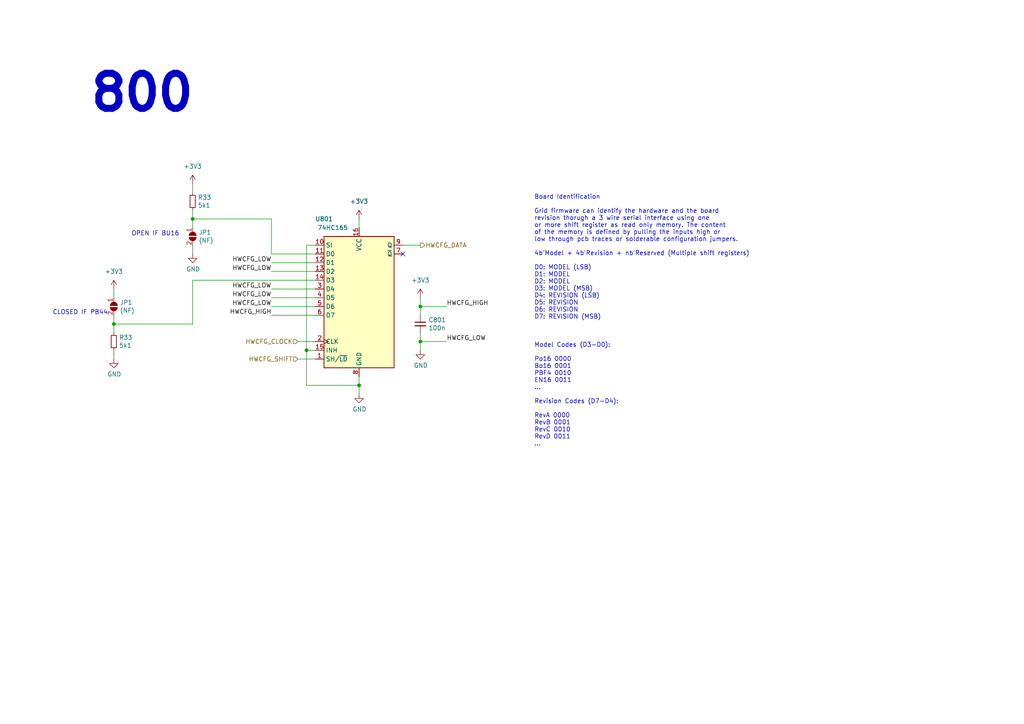
<source format=kicad_sch>
(kicad_sch (version 20231120) (generator "eeschema") (generator_version "8.0")
  (paper "A4")
  (lib_symbols
    (symbol "power:+3V3" (power) (pin_names (offset 0))
      (property "Value" "+3V3" (at 0 3.556 0))
      (symbol "+3V3_0_1"
        (polyline (pts (xy -0.762 1.27) (xy 0 2.54)))
        (polyline (pts (xy 0 0) (xy 0 2.54)))
        (polyline (pts (xy 0 2.54) (xy 0.762 1.27)))
      )
      (symbol "+3V3_1_1"
        (pin power_in line (at 0 0 90) (length 0) hide (name "+3V3") (number "1"))
      )
    )
    (symbol "power:GND" (power) (pin_names (offset 0))
      (property "Value" "GND" (at 0 -3.81 0))
      (symbol "GND_0_1"
        (polyline (pts (xy 0 0) (xy 0 -1.27) (xy 1.27 -1.27) (xy 0 -2.54) (xy -1.27 -1.27) (xy 0 -1.27)))
      )
      (symbol "GND_1_1"
        (pin power_in line (at 0 0 270) (length 0) hide (name "GND") (number "1"))
      )
    )
    (symbol "suku_basics:74HC165"
      (property "Reference" "U" (at -15.24 25.4 0))
      (property "Value" "74HC165" (at -12.7 20.32 0))
      (symbol "74HC165_1_0"
        (pin input line (at -12.7 12.7 0) (length 2.54) (name "D0") (number "11"))
        (pin input line (at -12.7 10.16 0) (length 2.54) (name "D1") (number "12"))
        (pin input line (at -12.7 7.62 0) (length 2.54) (name "D2") (number "13"))
        (pin input line (at -12.7 5.08 0) (length 2.54) (name "D3") (number "14"))
        (pin power_in line (at 0 20.32 270) (length 2.54) (name "VCC") (number "16"))
        (pin input clock (at -12.7 -12.7 0) (length 2.54) (name "CLK") (number "2"))
        (pin input line (at -12.7 2.54 0) (length 2.54) (name "D4") (number "3"))
        (pin input line (at -12.7 0 0) (length 2.54) (name "D5") (number "4"))
        (pin input line (at -12.7 -2.54 0) (length 2.54) (name "D6") (number "5"))
        (pin input line (at -12.7 -5.08 0) (length 2.54) (name "D7") (number "6"))
        (pin power_in line (at 0 -22.86 90) (length 2.54) (name "GND") (number "8"))
        (pin output line (at 12.7 15.24 180) (length 2.54) (name "Q") (number "9"))
      )
      (symbol "74HC165_1_1"
        (rectangle (start -10.16 17.78) (end 10.16 -20.32) (stroke (width 0.254)) (fill (type background)))
        (pin input line (at -12.7 -17.78 0) (length 2.54) (name "SH/~{LD}") (number "1"))
        (pin input line (at -12.7 15.24 0) (length 2.54) (name "SI") (number "10"))
        (pin input line (at -12.7 -15.24 0) (length 2.54) (name "INH") (number "15"))
        (pin output line (at 12.7 12.7 180) (length 2.54) (name "~{Q}") (number "7"))
      )
    )
    (symbol "suku_basics:CAP" (pin_numbers hide) (pin_names (offset 0.254) hide)
      (property "Reference" "C" (at 0.254 1.778 0))
      (property "Value" "CAP" (at 0.254 -2.032 0))
      (symbol "CAP_0_1"
        (polyline (pts (xy -1.524 -0.508) (xy 1.524 -0.508)) (stroke (width 0.3302)))
        (polyline (pts (xy -1.524 0.508) (xy 1.524 0.508)) (stroke (width 0.3048)))
      )
      (symbol "CAP_1_1"
        (pin passive line (at 0 2.54 270) (length 2.032) (name "~") (number "1"))
        (pin passive line (at 0 -2.54 90) (length 2.032) (name "~") (number "2"))
      )
    )
    (symbol "suku_basics:JP_SolderJumper_2_Open" (pin_names (offset 0) hide)
      (property "Reference" "JP" (at 0 2.032 0))
      (property "Value" "JP_SolderJumper_2_Open" (at 0 -2.54 0))
      (symbol "JP_SolderJumper_2_Open_0_1"
        (arc (start -0.254 1.016) (mid -1.2656 0) (end -0.254 -1.016))
        (arc (start -0.254 1.016) (mid -1.2656 0) (end -0.254 -1.016) (fill (type outline)))
        (polyline (pts (xy -0.254 1.016) (xy -0.254 -1.016)))
        (polyline (pts (xy 0.254 1.016) (xy 0.254 -1.016)))
        (arc (start 0.254 -1.016) (mid 1.2656 0) (end 0.254 1.016))
        (arc (start 0.254 -1.016) (mid 1.2656 0) (end 0.254 1.016) (fill (type outline)))
      )
      (symbol "JP_SolderJumper_2_Open_1_1"
        (pin passive line (at -2.54 0 0) (length 1.27) (name "A") (number "1"))
        (pin passive line (at 2.54 0 180) (length 1.27) (name "B") (number "2"))
      )
    )
    (symbol "suku_basics:RES" (pin_numbers hide) (pin_names (offset 0.254) hide)
      (property "Reference" "R" (at 0.762 0.508 0))
      (property "Value" "RES" (at 0.762 -1.016 0))
      (symbol "RES_1_1"
        (rectangle (start -0.762 1.778) (end 0.762 -1.778) (stroke (width 0.2032)))
        (pin passive line (at 0 2.54 270) (length 0.762) (name "~") (number "1"))
        (pin passive line (at 0 -2.54 90) (length 0.762) (name "~") (number "2"))
      )
    )
  )
  (junction (at 33.02 93.98))
  (junction (at 104.14 111.76))
  (junction (at 88.9 101.6))
  (junction (at 121.92 99.06))
  (junction (at 55.88 63.5))
  (junction (at 121.92 88.9))
  (no_connect (at 116.84 73.66))
  (wire (pts (xy 33.02 91.44) (xy 33.02 93.98)))
  (wire (pts (xy 33.02 93.98) (xy 33.02 96.52)))
  (wire (pts (xy 88.9 71.12) (xy 88.9 101.6)))
  (wire (pts (xy 91.44 83.82) (xy 78.74 83.82)))
  (wire (pts (xy 104.14 111.76) (xy 104.14 109.22)))
  (wire (pts (xy 55.88 81.28) (xy 91.44 81.28)))
  (wire (pts (xy 78.74 73.66) (xy 78.74 63.5)))
  (wire (pts (xy 33.02 83.82) (xy 33.02 86.36)))
  (wire (pts (xy 91.44 101.6) (xy 88.9 101.6)))
  (wire (pts (xy 91.44 99.06) (xy 86.36 99.06)))
  (wire (pts (xy 55.88 63.5) (xy 55.88 66.04)))
  (wire (pts (xy 91.44 86.36) (xy 78.74 86.36)))
  (wire (pts (xy 91.44 88.9) (xy 78.74 88.9)))
  (wire (pts (xy 55.88 93.98) (xy 33.02 93.98)))
  (wire (pts (xy 91.44 76.2) (xy 78.74 76.2)))
  (wire (pts (xy 104.14 63.5) (xy 104.14 66.04)))
  (wire (pts (xy 55.88 81.28) (xy 55.88 93.98)))
  (wire (pts (xy 78.74 91.44) (xy 91.44 91.44)))
  (wire (pts (xy 104.14 114.3) (xy 104.14 111.76)))
  (wire (pts (xy 121.92 99.06) (xy 121.92 101.6)))
  (wire (pts (xy 91.44 71.12) (xy 88.9 71.12)))
  (wire (pts (xy 78.74 73.66) (xy 91.44 73.66)))
  (wire (pts (xy 55.88 60.96) (xy 55.88 63.5)))
  (wire (pts (xy 121.92 96.52) (xy 121.92 99.06)))
  (wire (pts (xy 88.9 101.6) (xy 88.9 111.76)))
  (wire (pts (xy 33.02 104.14) (xy 33.02 101.6)))
  (wire (pts (xy 121.92 88.9) (xy 121.92 91.44)))
  (wire (pts (xy 88.9 111.76) (xy 104.14 111.76)))
  (wire (pts (xy 116.84 71.12) (xy 121.92 71.12)))
  (wire (pts (xy 121.92 88.9) (xy 129.54 88.9)))
  (wire (pts (xy 78.74 63.5) (xy 55.88 63.5)))
  (wire (pts (xy 55.88 73.66) (xy 55.88 71.12)))
  (wire (pts (xy 121.92 86.36) (xy 121.92 88.9)))
  (wire (pts (xy 55.88 53.34) (xy 55.88 55.88)))
  (wire (pts (xy 121.92 99.06) (xy 129.54 99.06)))
  (wire (pts (xy 91.44 78.74) (xy 78.74 78.74)))
  (wire (pts (xy 91.44 104.14) (xy 86.36 104.14)))
  (text "800" (at 25.4 33.02 0) (effects (font (size 10.16 10.16) (thickness 2.032) (bold yes)) (justify left bottom)))
  (text "Board Identification\n\nGrid firmware can identify the hardware and the board \nrevision thorugh a 3 wire serial interface using one \nor more shift register as read only memory. The content\nof the memory is defined by pulling the inputs high or\nlow through pcb traces or solderable configuration jumpers.\n\n4b'Model + 4b'Revision + nb'Reserved (Multiple shift registers)\n\nD0: MODEL (LSB)\nD1: MODEL\nD2: MODEL\nD3: MODEL (MSB)\nD4: REVISION (LSB)\nD5: REVISION\nD6: REVISION\nD7: REVISION (MSB)\n\n\n\nModel Codes (D3-D0):\n\nPo16 0000\nBo16 0001\nPBF4 0010\nEN16 0011\n...\n\nRevision Codes (D7-D4):\n\nRevA 0000\nRevB 0001\nRevC 0010\nRevD 0011\n...\n" (at 154.94 129.54 0) (effects (font (size 1.27 1.27)) (justify left bottom)))
  (text "CLOSED IF PB44" (at 15.24 91.44 0) (effects (font (size 1.27 1.27)) (justify left bottom)))
  (text "OPEN IF BU16" (at 38.1 68.58 0) (effects (font (size 1.27 1.27)) (justify left bottom)))
  (label "HWCFG_LOW" (at 129.54 99.06 0))
  (label "HWCFG_LOW" (at 78.74 83.82 180))
  (label "HWCFG_LOW" (at 78.74 78.74 180))
  (label "HWCFG_LOW" (at 78.74 86.36 180))
  (label "HWCFG_HIGH" (at 129.54 88.9 0))
  (label "HWCFG_HIGH" (at 78.74 91.44 180))
  (label "HWCFG_LOW" (at 78.74 76.2 180))
  (label "HWCFG_LOW" (at 78.74 88.9 180))
  (hierarchical_label "HWCFG_CLOCK" (shape input) (at 86.36 99.06 180))
  (hierarchical_label "HWCFG_SHIFT" (shape input) (at 86.36 104.14 180))
  (hierarchical_label "HWCFG_DATA" (shape output) (at 121.92 71.12 0))
  (symbol (lib_id "suku_basics:74HC165") (at 104.14 86.36 0) (unit 1)
    (property "Reference" "U801" (at 93.98 63.5 0))
    (property "Value" "74HC165" (at 96.52 66.04 0))
    (property "Footprint" "suku_basics:SOIC-16_74HC165" (effects (hide yes)))
    (property "Datasheet" "http://www.ti.com/lit/ds/symlink/sn74hc595.pdf" (effects (hide yes)))
  )
  (symbol (lib_id "power:GND") (at 104.14 114.3 0) (unit 1)
    (property "Reference" "#PWR0882" (effects (hide yes)))
    (property "Value" "GND" (at 104.267 118.6942 0))
  )
  (symbol (lib_id "suku_basics:CAP") (at 121.92 93.98 0) (unit 1)
    (property "Reference" "C801" (at 124.2568 92.8116 0) (effects (justify left)))
    (property "Value" "100n" (at 124.2568 95.123 0) (effects (justify left)))
    (property "Footprint" "suku_basics:CAP_0402" (effects (hide yes)))
  )
  (symbol (lib_id "power:GND") (at 121.92 101.6 0) (unit 1)
    (property "Reference" "#PWR0943" (effects (hide yes)))
    (property "Value" "GND" (at 122.047 105.9942 0))
  )
  (symbol (lib_id "power:+3V3") (at 104.14 63.5 0) (unit 1)
    (property "Reference" "#PWR0881" (effects (hide yes)))
    (property "Value" "+3V3" (at 104.14 58.42 0))
  )
  (symbol (lib_id "power:+3V3") (at 33.02 83.82 0) (unit 1)
    (property "Reference" "#PWR0701" (effects (hide yes)))
    (property "Value" "+3V3" (at 33.02 78.74 0))
  )
  (symbol (lib_id "suku_basics:JP_SolderJumper_2_Open") (at 33.02 88.9 270) (unit 1)
    (property "Reference" "JP1" (at 34.7472 87.7316 90) (effects (justify left)))
    (property "Value" "(NF)" (at 34.7472 90.043 90) (effects (justify left)))
    (property "Footprint" "Jumper:SolderJumper-2_P1.3mm_Open_TrianglePad1.0x1.5mm" (effects (hide yes)))
    (instances (project "HWCFG" (path "" (reference "JP1") (unit 1))) (project "PCBA-PO16_BU16" (path "" (reference "JP701") (unit 1))))
  )
  (symbol (lib_id "power:GND") (at 55.88 73.66 0) (unit 1)
    (property "Reference" "#PWR0152" (effects (hide yes)))
    (property "Value" "GND" (at 56.007 78.0542 0))
    (instances (project "HWCFG" (path "" (reference "#PWR0152") (unit 1))) (project "PCBA-PO16_BU16" (path "" (reference "#PWR0880") (unit 1))))
  )
  (symbol (lib_id "power:+3V3") (at 55.88 53.34 0) (unit 1)
    (property "Reference" "#PWR0879" (effects (hide yes)))
    (property "Value" "+3V3" (at 55.88 48.26 0))
  )
  (symbol (lib_id "power:GND") (at 33.02 104.14 0) (unit 1)
    (property "Reference" "#PWR0152" (effects (hide yes)))
    (property "Value" "GND" (at 33.147 108.5342 0))
    (instances (project "HWCFG" (path "" (reference "#PWR0152") (unit 1))) (project "PCBA-PO16_BU16" (path "" (reference "#PWR0702") (unit 1))))
  )
  (symbol (lib_id "suku_basics:RES") (at 55.88 58.42 0) (unit 1)
    (property "Reference" "R33" (at 57.3786 57.2516 0) (effects (justify left)))
    (property "Value" "5k1" (at 57.3786 59.563 0) (effects (justify left)))
    (property "Footprint" "suku_basics:RES_0402" (effects (hide yes)))
    (instances (project "HWCFG" (path "" (reference "R33") (unit 1))) (project "PCBA-PO16_BU16" (path "" (reference "R801") (unit 1))))
  )
  (symbol (lib_id "suku_basics:RES") (at 33.02 99.06 0) (unit 1)
    (property "Reference" "R33" (at 34.5186 97.8916 0) (effects (justify left)))
    (property "Value" "5k1" (at 34.5186 100.203 0) (effects (justify left)))
    (property "Footprint" "suku_basics:RES_0402" (effects (hide yes)))
    (instances (project "HWCFG" (path "" (reference "R33") (unit 1))) (project "PCBA-PO16_BU16" (path "" (reference "R702") (unit 1))))
  )
  (symbol (lib_id "power:+3V3") (at 121.92 86.36 0) (unit 1)
    (property "Reference" "#PWR0942" (effects (hide yes)))
    (property "Value" "+3V3" (at 121.92 81.28 0))
  )
  (symbol (lib_id "suku_basics:JP_SolderJumper_2_Open") (at 55.88 68.58 270) (unit 1)
    (property "Reference" "JP1" (at 57.6072 67.4116 90) (effects (justify left)))
    (property "Value" "(NF)" (at 57.6072 69.723 90) (effects (justify left)))
    (property "Footprint" "Jumper:SolderJumper-2_P1.3mm_Open_TrianglePad1.0x1.5mm" (effects (hide yes)))
    (instances (project "HWCFG" (path "" (reference "JP1") (unit 1))) (project "PCBA-PO16_BU16" (path "" (reference "JP801") (unit 1))))
  )
)
</source>
